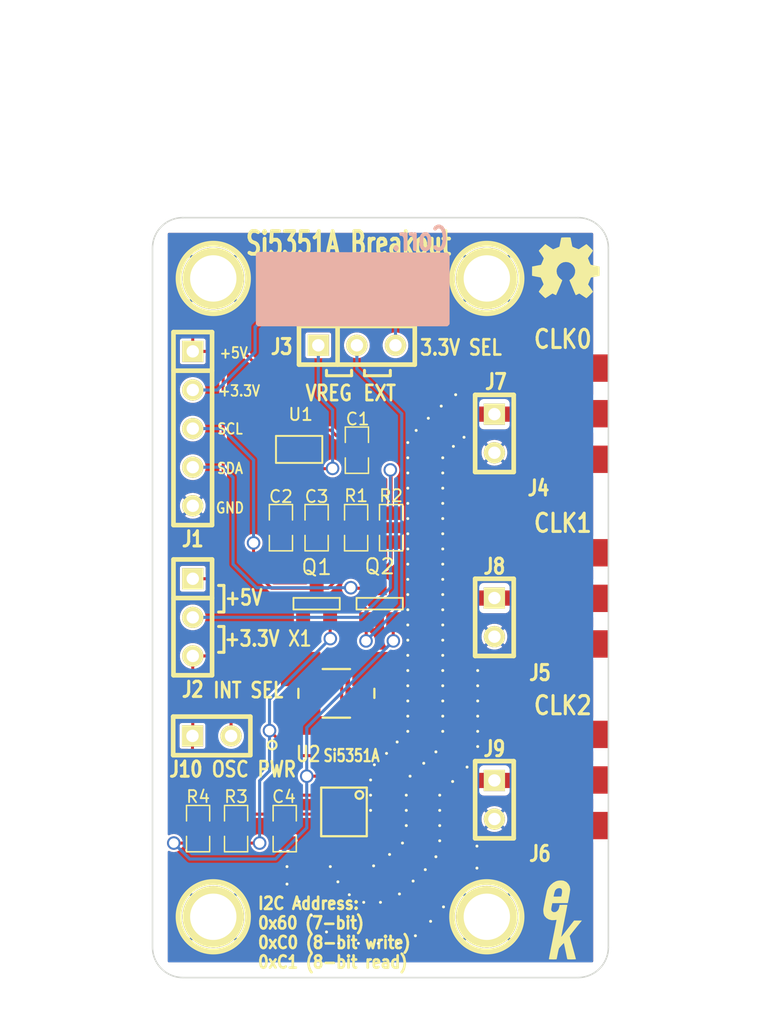
<source format=kicad_pcb>
(kicad_pcb (version 4) (host pcbnew 0.201501172016+5377~20~ubuntu14.04.1-product)
  (title_block (title "Si5351A Breakout") (date "30 May 2014") (rev A) (company Etherkit) (comment 4 "Creative Commons Licence CC-BY-SA"))
  (layers (0 F.Cu signal) (31 B.Cu signal) (34 B.Paste user) (35 F.Paste user) (36 B.SilkS user) (37 F.SilkS user) (38 B.Mask user) (39 F.Mask user) (44 Edge.Cuts user))
  (net 0 "")
  (net 1 +3.3V)
  (net 2 GND)
  (net 3 "Net-(J1-Pad3)")
  (net 4 "Net-(J2-Pad2)")
  (net 5 "Net-(J4-Pad1)")
  (net 6 +5V)
  (net 7 "Net-(C2-Pad1)")
  (net 8 "Net-(C3-Pad1)")
  (net 9 "Net-(J1-Pad4)")
  (net 10 "Net-(J5-Pad1)")
  (net 11 "Net-(J6-Pad1)")
  (net 12 "Net-(Q1-Pad1)")
  (net 13 "Net-(Q2-Pad1)")
  (net 14 "Net-(U2-Pad2)")
  (net 15 "Net-(U2-Pad3)")
  (net 16 +3.3VREG)
  (net 17 "Net-(J10-Pad2)")
  (module EtherkitKicadLibrary:VIA (layer F.Cu) (at 119.1 75.8)
    (fp_text reference VIA hide)
    (fp_text value VAL** hide)
    (pad "" thru_hole circle (at 0 0) (size 0.2 0.2) (drill 0.15) (layers *.Cu *.Mask F.SilkS) (net 2 GND) (clearance 0.05))
  )
  (module EtherkitKicadLibrary:SM0805 (layer F.Cu) (at 113.45 65.3 270)
    (fp_text reference C1 (at -2.05 -0.05 540) (layer F.SilkS) (effects (font (size 0.8 0.8) (thickness 0.12))))
    (fp_text value "1u MLCC" hide)
    (pad 1 smd rect (at -0.9525 0 270) (size 0.889 1.397) (layers F.Cu F.Paste F.Mask) (net 6 +5V))
    (pad 2 smd rect (at 0.9525 0 270) (size 0.889 1.397) (layers F.Cu F.Paste F.Mask) (net 2 GND))
  )
  (module EtherkitKicadLibrary:SIL-2 (layer F.Cu) (at 122.5 64.2 270)
    (fp_text reference J7 (at -3.4 -0.1 360) (layer F.SilkS) (effects (font (size 1 0.8) (thickness 0.2))))
    (fp_text value CLK0 hide)
    (pad 1 thru_hole rect (at -1.27 0 270) (size 1.397 1.397) (drill 0.8128) (layers *.Cu *.Mask F.SilkS) (net 5 "Net-(J4-Pad1)"))
    (pad 2 thru_hole circle (at 1.27 0 270) (size 1.397 1.397) (drill 0.8128) (layers *.Cu *.Mask F.SilkS) (net 2 GND))
  )
  (module EtherkitKicadLibrary:SM0805 (layer F.Cu) (at 113.4 70.4 270)
    (fp_text reference R1 (at -2.1 0 360) (layer F.SilkS) (effects (font (size 0.8 0.8) (thickness 0.12))))
    (fp_text value 10k hide)
    (pad 1 smd rect (at -0.9525 0 270) (size 0.889 1.397) (layers F.Cu F.Paste F.Mask) (net 4 "Net-(J2-Pad2)"))
    (pad 2 smd rect (at 0.9525 0 270) (size 0.889 1.397) (layers F.Cu F.Paste F.Mask) (net 3 "Net-(J1-Pad3)"))
  )
  (module EtherkitKicadLibrary:SM0805 (layer F.Cu) (at 115.7 70.4 270)
    (fp_text reference R2 (at -2.1 0 360) (layer F.SilkS) (effects (font (size 0.8 0.8) (thickness 0.12))))
    (fp_text value 10k hide)
    (pad 1 smd rect (at -0.9525 0 270) (size 0.889 1.397) (layers F.Cu F.Paste F.Mask) (net 4 "Net-(J2-Pad2)"))
    (pad 2 smd rect (at 0.9525 0 270) (size 0.889 1.397) (layers F.Cu F.Paste F.Mask) (net 9 "Net-(J1-Pad4)"))
  )
  (module EtherkitKicadLibrary:MOUNTINGHOLE (layer F.Cu) (at 104 54)
    (fp_text reference 1PIN hide)
    (fp_text value P*** hide)
    (pad 1 thru_hole circle (at 0 0) (size 4.064 4.064) (drill 3.048) (layers *.Cu *.Mask F.SilkS) (net 2 GND))
  )
  (module EtherkitKicadLibrary:MOUNTINGHOLE (layer F.Cu) (at 122 54)
    (fp_text reference 1PIN hide)
    (fp_text value P*** hide)
    (pad 1 thru_hole circle (at 0 0) (size 4.064 4.064) (drill 3.048) (layers *.Cu *.Mask F.SilkS) (net 2 GND))
  )
  (module EtherkitKicadLibrary:MOUNTINGHOLE (layer F.Cu) (at 104 96)
    (fp_text reference 1PIN hide)
    (fp_text value P*** hide)
    (pad 1 thru_hole circle (at 0 0) (size 4.064 4.064) (drill 3.048) (layers *.Cu *.Mask F.SilkS) (net 2 GND))
  )
  (module EtherkitKicadLibrary:MOUNTINGHOLE (layer F.Cu) (at 122 96)
    (fp_text reference 1PIN hide)
    (fp_text value P*** hide)
    (pad 1 thru_hole circle (at 0 0) (size 4.064 4.064) (drill 3.048) (layers *.Cu *.Mask F.SilkS) (net 2 GND))
  )
  (module EtherkitKicadLibrary:VIA (layer F.Cu) (at 108.1 86.2)
    (fp_text reference VIA hide)
    (fp_text value VAL** hide)
  )
  (module EtherkitKicadLibrary:VIA (layer F.Cu) (at 108.1 85.2)
    (fp_text reference VIA hide)
    (fp_text value VAL** hide)
  )
  (module EtherkitKicadLibrary:OSHWLogo4mm (layer F.Cu) (at 127.2 53.3)
    (fp_text reference G*** hide)
    (fp_text value LOGO hide)
  )
  (module EtherkitKicadLibrary:EtherkitLogoSmall (layer F.Cu) (at 127 96.2)
    (fp_text reference Ref** hide)
    (fp_text value Val** hide)
  )
  (module EtherkitKicadLibrary:SM0805 (layer F.Cu) (at 108.45 70.4 270)
    (fp_text reference C2 (at -2.05 0 360) (layer F.SilkS) (effects (font (size 0.8 0.8) (thickness 0.12))))
    (fp_text value 10n hide)
    (pad 1 smd rect (at -0.9525 0 270) (size 0.889 1.397) (layers F.Cu F.Paste F.Mask) (net 7 "Net-(C2-Pad1)"))
    (pad 2 smd rect (at 0.9525 0 270) (size 0.889 1.397) (layers F.Cu F.Paste F.Mask) (net 2 GND))
  )
  (module EtherkitKicadLibrary:SM0805 (layer F.Cu) (at 110.8 70.4 270)
    (fp_text reference C3 (at -2.05 0 360) (layer F.SilkS) (effects (font (size 0.8 0.8) (thickness 0.12))))
    (fp_text value "4.7u MLCC" hide)
    (pad 1 smd rect (at -0.9525 0 270) (size 0.889 1.397) (layers F.Cu F.Paste F.Mask) (net 8 "Net-(C3-Pad1)"))
    (pad 2 smd rect (at 0.9525 0 270) (size 0.889 1.397) (layers F.Cu F.Paste F.Mask) (net 2 GND))
  )
  (module EtherkitKicadLibrary:SM0805 (layer F.Cu) (at 108.7 90.2 270)
    (fp_text reference C4 (at -2.1 0.05 360) (layer F.SilkS) (effects (font (size 0.8 0.8) (thickness 0.12))))
    (fp_text value 100n hide)
    (pad 1 smd rect (at -0.9525 0 270) (size 0.889 1.397) (layers F.Cu F.Paste F.Mask) (net 16 +3.3VREG))
    (pad 2 smd rect (at 0.9525 0 270) (size 0.889 1.397) (layers F.Cu F.Paste F.Mask) (net 2 GND))
  )
  (module EtherkitKicadLibrary:SIL-5 (layer F.Cu) (at 102.65 65.15 270)
    (fp_text reference J1 (at 6 0 360) (layer F.SilkS) (effects (font (size 1 0.8) (thickness 0.2))))
    (fp_text value Power/Data hide)
    (pad 1 thru_hole rect (at -6.35 0 270) (size 1.397 1.397) (drill 0.8128) (layers *.Cu *.Mask F.SilkS) (net 6 +5V))
    (pad 2 thru_hole circle (at -3.81 0 270) (size 1.397 1.397) (drill 0.8128) (layers *.Cu *.Mask F.SilkS) (net 1 +3.3V))
    (pad 3 thru_hole circle (at -1.27 0 270) (size 1.397 1.397) (drill 0.8128) (layers *.Cu *.Mask F.SilkS) (net 3 "Net-(J1-Pad3)"))
    (pad 4 thru_hole circle (at 1.27 0 270) (size 1.397 1.397) (drill 0.8128) (layers *.Cu *.Mask F.SilkS) (net 9 "Net-(J1-Pad4)"))
    (pad 5 thru_hole circle (at 3.81 0 270) (size 1.397 1.397) (drill 0.8128) (layers *.Cu *.Mask F.SilkS) (net 2 GND))
  )
  (module EtherkitKicadLibrary:SIL-3 (layer F.Cu) (at 102.65 76.3 270)
    (fp_text reference J2 (at 4.75 0 360) (layer F.SilkS) (effects (font (size 1 0.8) (thickness 0.2))))
    (fp_text value "PS SEL" hide)
    (pad 1 thru_hole rect (at -2.54 0 270) (size 1.397 1.397) (drill 0.8128) (layers *.Cu *.Mask F.SilkS) (net 6 +5V))
    (pad 2 thru_hole circle (at 0 0 270) (size 1.397 1.397) (drill 0.8128) (layers *.Cu *.Mask F.SilkS) (net 4 "Net-(J2-Pad2)"))
    (pad 3 thru_hole circle (at 2.54 0 270) (size 1.397 1.397) (drill 0.8128) (layers *.Cu *.Mask F.SilkS) (net 16 +3.3VREG))
  )
  (module EtherkitKicadLibrary:SIL-3 (layer F.Cu) (at 113.45 58.4)
    (fp_text reference J3 (at -4.95 0.1) (layer F.SilkS) (effects (font (size 1 0.8) (thickness 0.2))))
    (fp_text value "3.3V SEL" hide)
    (pad 1 thru_hole rect (at -2.54 0) (size 1.397 1.397) (drill 0.8128) (layers *.Cu *.Mask F.SilkS) (net 8 "Net-(C3-Pad1)"))
    (pad 2 thru_hole circle (at 0 0) (size 1.397 1.397) (drill 0.8128) (layers *.Cu *.Mask F.SilkS) (net 16 +3.3VREG))
    (pad 3 thru_hole circle (at 2.54 0) (size 1.397 1.397) (drill 0.8128) (layers *.Cu *.Mask F.SilkS) (net 1 +3.3V))
  )
  (module EtherkitKicadLibrary:SMA-ENDLAUNCH (layer F.Cu) (at 130 75.05 90)
    (fp_text reference J5 (at -4.9 -4.5 180) (layer F.SilkS) (effects (font (size 1 0.8) (thickness 0.2))))
    (fp_text value SMA-F hide)
    (pad 1 smd rect (at 0 -2.54 90) (size 1.8 5.08) (layers F.Cu F.Mask) (net 10 "Net-(J5-Pad1)"))
    (pad 2 smd rect (at 3 -2.54 90) (size 1.8 5.08) (layers F.Cu F.Mask) (net 2 GND))
    (pad 2 smd rect (at -3 -2.54 90) (size 1.8 5.08) (layers F.Cu F.Mask) (net 2 GND))
  )
  (module EtherkitKicadLibrary:SMA-ENDLAUNCH (layer F.Cu) (at 130 87 90)
    (fp_text reference J6 (at -4.85 -4.5 180) (layer F.SilkS) (effects (font (size 1 0.8) (thickness 0.2))))
    (fp_text value SMA-F hide)
    (pad 1 smd rect (at 0 -2.54 90) (size 1.8 5.08) (layers F.Cu F.Mask) (net 11 "Net-(J6-Pad1)"))
    (pad 2 smd rect (at 3 -2.54 90) (size 1.8 5.08) (layers F.Cu F.Mask) (net 2 GND))
    (pad 2 smd rect (at -3 -2.54 90) (size 1.8 5.08) (layers F.Cu F.Mask) (net 2 GND))
  )
  (module EtherkitKicadLibrary:SIL-2 (layer F.Cu) (at 122.5 76.3 270)
    (fp_text reference J8 (at -3.35 0 360) (layer F.SilkS) (effects (font (size 1 0.8) (thickness 0.2))))
    (fp_text value CLK1 hide)
    (pad 1 thru_hole rect (at -1.27 0 270) (size 1.397 1.397) (drill 0.8128) (layers *.Cu *.Mask F.SilkS) (net 10 "Net-(J5-Pad1)"))
    (pad 2 thru_hole circle (at 1.27 0 270) (size 1.397 1.397) (drill 0.8128) (layers *.Cu *.Mask F.SilkS) (net 2 GND))
  )
  (module EtherkitKicadLibrary:SIL-2 (layer F.Cu) (at 122.5 88.3 270)
    (fp_text reference J9 (at -3.35 0 360) (layer F.SilkS) (effects (font (size 1 0.8) (thickness 0.2))))
    (fp_text value CLK2 hide)
    (pad 1 thru_hole rect (at -1.27 0 270) (size 1.397 1.397) (drill 0.8128) (layers *.Cu *.Mask F.SilkS) (net 11 "Net-(J6-Pad1)"))
    (pad 2 thru_hole circle (at 1.27 0 270) (size 1.397 1.397) (drill 0.8128) (layers *.Cu *.Mask F.SilkS) (net 2 GND))
  )
  (module EtherkitKicadLibrary:SOT23-2N7002 (layer F.Cu) (at 110.8 75.4 180)
    (fp_text reference Q1 (at 0 2.4 360) (layer F.SilkS) (effects (font (thickness 0.12954))))
    (fp_text value 2N7002 hide)
    (pad 1 smd rect (at -0.889 -1.016 180) (size 0.9144 0.9144) (layers F.Cu F.Paste F.Mask) (net 12 "Net-(Q1-Pad1)"))
    (pad 2 smd rect (at 0.889 -1.016 180) (size 0.9144 0.9144) (layers F.Cu F.Paste F.Mask) (net 16 +3.3VREG))
    (pad 3 smd rect (at 0 1.016 180) (size 0.9144 0.9144) (layers F.Cu F.Paste F.Mask) (net 3 "Net-(J1-Pad3)"))
  )
  (module EtherkitKicadLibrary:SOT23-2N7002 (layer F.Cu) (at 114.95 75.4 180)
    (fp_text reference Q2 (at 0 2.45 360) (layer F.SilkS) (effects (font (thickness 0.12954))))
    (fp_text value 2N7002 hide)
    (pad 1 smd rect (at -0.889 -1.016 180) (size 0.9144 0.9144) (layers F.Cu F.Paste F.Mask) (net 13 "Net-(Q2-Pad1)"))
    (pad 2 smd rect (at 0.889 -1.016 180) (size 0.9144 0.9144) (layers F.Cu F.Paste F.Mask) (net 16 +3.3VREG))
    (pad 3 smd rect (at 0 1.016 180) (size 0.9144 0.9144) (layers F.Cu F.Paste F.Mask) (net 9 "Net-(J1-Pad4)"))
  )
  (module EtherkitKicadLibrary:SM0805 (layer F.Cu) (at 105.5 90.2 270)
    (fp_text reference R3 (at -2.1 0 360) (layer F.SilkS) (effects (font (size 0.8 0.8) (thickness 0.12))))
    (fp_text value 10k hide)
    (pad 1 smd rect (at -0.9525 0 270) (size 0.889 1.397) (layers F.Cu F.Paste F.Mask) (net 16 +3.3VREG))
    (pad 2 smd rect (at 0.9525 0 270) (size 0.889 1.397) (layers F.Cu F.Paste F.Mask) (net 12 "Net-(Q1-Pad1)"))
  )
  (module EtherkitKicadLibrary:SM0805 (layer F.Cu) (at 103 90.2 270)
    (fp_text reference R4 (at -2.1 0 360) (layer F.SilkS) (effects (font (size 0.8 0.8) (thickness 0.12))))
    (fp_text value 10k hide)
    (pad 1 smd rect (at -0.9525 0 270) (size 0.889 1.397) (layers F.Cu F.Paste F.Mask) (net 16 +3.3VREG))
    (pad 2 smd rect (at 0.9525 0 270) (size 0.889 1.397) (layers F.Cu F.Paste F.Mask) (net 13 "Net-(Q2-Pad1)"))
  )
  (module EtherkitKicadLibrary:SOT23-5 (layer F.Cu) (at 109.65 65.25 180)
    (fp_text reference U1 (at -0.1 2.3 360) (layer F.SilkS) (effects (font (size 0.8 0.8) (thickness 0.127))))
    (fp_text value LP2985-3.3 hide)
    (pad 1 smd rect (at -0.9525 1.27 180) (size 0.508 0.762) (layers F.Cu F.Paste F.Mask) (net 6 +5V))
    (pad 3 smd rect (at 0.9525 1.27 180) (size 0.508 0.762) (layers F.Cu F.Paste F.Mask) (net 6 +5V))
    (pad 5 smd rect (at -0.9525 -1.27 180) (size 0.508 0.762) (layers F.Cu F.Paste F.Mask) (net 8 "Net-(C3-Pad1)"))
    (pad 2 smd rect (at 0 1.27 180) (size 0.508 0.762) (layers F.Cu F.Paste F.Mask) (net 2 GND))
    (pad 4 smd rect (at 0.9525 -1.27 180) (size 0.508 0.762) (layers F.Cu F.Paste F.Mask) (net 7 "Net-(C2-Pad1)"))
  )
  (module EtherkitKicadLibrary:MSOP-10 (layer F.Cu) (at 112.6 89.1 180)
    (fp_text reference U2 (at 2.35 3.8 180) (layer F.SilkS) (effects (font (size 1 0.8))))
    (fp_text value Si5351A (at -0.5 3.7 180) (layer F.SilkS) (effects (font (size 0.8 0.6))))
    (pad 1 smd rect (at -1 2.35 180) (size 0.3 1.1) (layers F.Cu F.Paste F.Mask) (net 16 +3.3VREG))
    (pad 2 smd rect (at -0.5 2.35 180) (size 0.3 1.1) (layers F.Cu F.Paste F.Mask) (net 14 "Net-(U2-Pad2)"))
    (pad 3 smd rect (at 0 2.35 180) (size 0.3 1.1) (layers F.Cu F.Paste F.Mask) (net 15 "Net-(U2-Pad3)"))
    (pad 4 smd rect (at 0.5 2.35 180) (size 0.3 1.1) (layers F.Cu F.Paste F.Mask) (net 12 "Net-(Q1-Pad1)"))
    (pad 5 smd rect (at 1 2.35 180) (size 0.3 1.1) (layers F.Cu F.Paste F.Mask) (net 13 "Net-(Q2-Pad1)"))
    (pad 6 smd rect (at 1.016 -2.35 180) (size 0.3 1.1) (layers F.Cu F.Paste F.Mask) (net 11 "Net-(J6-Pad1)"))
    (pad 7 smd rect (at 0.508 -2.35 180) (size 0.3 1.1) (layers F.Cu F.Paste F.Mask) (net 16 +3.3VREG))
    (pad 8 smd rect (at 0 -2.35 180) (size 0.3 1.1) (layers F.Cu F.Paste F.Mask) (net 2 GND))
    (pad 9 smd rect (at -0.508 -2.35 180) (size 0.3 1.1) (layers F.Cu F.Paste F.Mask) (net 10 "Net-(J5-Pad1)"))
    (pad 10 smd rect (at -1.016 -2.35 180) (size 0.3 1.1) (layers F.Cu F.Paste F.Mask) (net 5 "Net-(J4-Pad1)"))
  )
  (module EtherkitKicadLibrary:ECS-250-8-30B-CKM (layer F.Cu) (at 112.1 81.3)
    (fp_text reference X1 (at -2.4 -3.6) (layer F.SilkS) (effects (font (size 1 0.8))))
    (fp_text value "FOX924B-25.000 or ECS-250-8-30B-CKM" hide)
    (pad 1 smd rect (at -2.35 1.6) (size 2.6 2.25) (layers F.Cu F.Paste F.Mask) (net 15 "Net-(U2-Pad3)"))
    (pad 2 smd rect (at 2.35 1.6) (size 2.6 2.25) (layers F.Cu F.Paste F.Mask) (net 2 GND))
    (pad 3 smd rect (at 2.35 -1.6) (size 2.6 2.25) (layers F.Cu F.Paste F.Mask) (net 14 "Net-(U2-Pad2)"))
    (pad 4 smd rect (at -2.35 -1.6) (size 2.6 2.25) (layers F.Cu F.Paste F.Mask) (net 17 "Net-(J10-Pad2)"))
  )
  (module EtherkitKicadLibrary:SMA-ENDLAUNCH (layer F.Cu) (at 130 62.9 90)
    (fp_text reference J4 (at -4.9 -4.6 180) (layer F.SilkS) (effects (font (size 1 0.8) (thickness 0.2))))
    (fp_text value SMA-F hide)
    (pad 1 smd rect (at 0 -2.54 90) (size 1.8 5.08) (layers F.Cu F.Mask) (net 5 "Net-(J4-Pad1)"))
    (pad 2 smd rect (at 3 -2.54 90) (size 1.8 5.08) (layers F.Cu F.Mask) (net 2 GND))
    (pad 2 smd rect (at -3 -2.54 90) (size 1.8 5.08) (layers F.Cu F.Mask) (net 2 GND))
  )
  (module EtherkitKicadLibrary:VIA (layer F.Cu) (at 114.3 91.9)
    (fp_text reference VIA hide)
    (fp_text value VAL** hide)
  )
  (module EtherkitKicadLibrary:VIA (layer F.Cu) (at 114.3 91)
    (fp_text reference VIA hide)
    (fp_text value VAL** hide)
  )
  (module EtherkitKicadLibrary:SIL-2 (layer F.Cu) (at 103.9 84.1)
    (fp_text reference J10 (at -1.7 2.2) (layer F.SilkS) (effects (font (size 1 0.8) (thickness 0.2))))
    (fp_text value "Osc Power" hide)
    (pad 1 thru_hole rect (at -1.27 0) (size 1.397 1.397) (drill 0.8128) (layers *.Cu *.Mask F.SilkS) (net 16 +3.3VREG))
    (pad 2 thru_hole circle (at 1.27 0) (size 1.397 1.397) (drill 0.8128) (layers *.Cu *.Mask F.SilkS) (net 17 "Net-(J10-Pad2)"))
  )
  (module EtherkitKicadLibrary:VIA (layer F.Cu) (at 116.8 64.8)
    (fp_text reference VIA hide)
    (fp_text value VAL** hide)
    (pad "" thru_hole circle (at 0 0) (size 0.2 0.2) (drill 0.15) (layers *.Cu *.Mask F.SilkS) (net 2 GND) (clearance 0.05))
  )
  (module EtherkitKicadLibrary:VIA (layer F.Cu) (at 116.8 65.8)
    (fp_text reference VIA hide)
    (fp_text value VAL** hide)
    (pad "" thru_hole circle (at 0 0) (size 0.2 0.2) (drill 0.15) (layers *.Cu *.Mask F.SilkS) (net 2 GND) (clearance 0.05))
  )
  (module EtherkitKicadLibrary:VIA (layer F.Cu) (at 116.8 66.8)
    (fp_text reference VIA hide)
    (fp_text value VAL** hide)
    (pad "" thru_hole circle (at 0 0) (size 0.2 0.2) (drill 0.15) (layers *.Cu *.Mask F.SilkS) (net 2 GND) (clearance 0.05))
  )
  (module EtherkitKicadLibrary:VIA (layer F.Cu) (at 116.8 67.8)
    (fp_text reference VIA hide)
    (fp_text value VAL** hide)
    (pad "" thru_hole circle (at 0 0) (size 0.2 0.2) (drill 0.15) (layers *.Cu *.Mask F.SilkS) (net 2 GND) (clearance 0.05))
  )
  (module EtherkitKicadLibrary:VIA (layer F.Cu) (at 116.8 68.8)
    (fp_text reference VIA hide)
    (fp_text value VAL** hide)
    (pad "" thru_hole circle (at 0 0) (size 0.2 0.2) (drill 0.15) (layers *.Cu *.Mask F.SilkS) (net 2 GND) (clearance 0.05))
  )
  (module EtherkitKicadLibrary:VIA (layer F.Cu) (at 116.8 69.8)
    (fp_text reference VIA hide)
    (fp_text value VAL** hide)
    (pad "" thru_hole circle (at 0 0) (size 0.2 0.2) (drill 0.15) (layers *.Cu *.Mask F.SilkS) (net 2 GND) (clearance 0.05))
  )
  (module EtherkitKicadLibrary:VIA (layer F.Cu) (at 116.8 70.8)
    (fp_text reference VIA hide)
    (fp_text value VAL** hide)
    (pad "" thru_hole circle (at 0 0) (size 0.2 0.2) (drill 0.15) (layers *.Cu *.Mask F.SilkS) (net 2 GND) (clearance 0.05))
  )
  (module EtherkitKicadLibrary:VIA (layer F.Cu) (at 116.8 71.8)
    (fp_text reference VIA hide)
    (fp_text value VAL** hide)
    (pad "" thru_hole circle (at 0 0) (size 0.2 0.2) (drill 0.15) (layers *.Cu *.Mask F.SilkS) (net 2 GND) (clearance 0.05))
  )
  (module EtherkitKicadLibrary:VIA (layer F.Cu) (at 116.8 72.8)
    (fp_text reference VIA hide)
    (fp_text value VAL** hide)
    (pad "" thru_hole circle (at 0 0) (size 0.2 0.2) (drill 0.15) (layers *.Cu *.Mask F.SilkS) (net 2 GND) (clearance 0.05))
  )
  (module EtherkitKicadLibrary:VIA (layer F.Cu) (at 116.8 73.8)
    (fp_text reference VIA hide)
    (fp_text value VAL** hide)
    (pad "" thru_hole circle (at 0 0) (size 0.2 0.2) (drill 0.15) (layers *.Cu *.Mask F.SilkS) (net 2 GND) (clearance 0.05))
  )
  (module EtherkitKicadLibrary:VIA (layer F.Cu) (at 116.8 74.8)
    (fp_text reference VIA hide)
    (fp_text value VAL** hide)
    (pad "" thru_hole circle (at 0 0) (size 0.2 0.2) (drill 0.15) (layers *.Cu *.Mask F.SilkS) (net 2 GND) (clearance 0.05))
  )
  (module EtherkitKicadLibrary:VIA (layer F.Cu) (at 116.8 75.8)
    (fp_text reference VIA hide)
    (fp_text value VAL** hide)
    (pad "" thru_hole circle (at 0 0) (size 0.2 0.2) (drill 0.15) (layers *.Cu *.Mask F.SilkS) (net 2 GND) (clearance 0.05))
  )
  (module EtherkitKicadLibrary:VIA (layer F.Cu) (at 116.8 76.8)
    (fp_text reference VIA hide)
    (fp_text value VAL** hide)
    (pad "" thru_hole circle (at 0 0) (size 0.2 0.2) (drill 0.15) (layers *.Cu *.Mask F.SilkS) (net 2 GND) (clearance 0.05))
  )
  (module EtherkitKicadLibrary:VIA (layer F.Cu) (at 116.8 77.8)
    (fp_text reference VIA hide)
    (fp_text value VAL** hide)
    (pad "" thru_hole circle (at 0 0) (size 0.2 0.2) (drill 0.15) (layers *.Cu *.Mask F.SilkS) (net 2 GND) (clearance 0.05))
  )
  (module EtherkitKicadLibrary:VIA (layer F.Cu) (at 116.8 78.8)
    (fp_text reference VIA hide)
    (fp_text value VAL** hide)
    (pad "" thru_hole circle (at 0 0) (size 0.2 0.2) (drill 0.15) (layers *.Cu *.Mask F.SilkS) (net 2 GND) (clearance 0.05))
  )
  (module EtherkitKicadLibrary:VIA (layer F.Cu) (at 116.8 79.8)
    (fp_text reference VIA hide)
    (fp_text value VAL** hide)
    (pad "" thru_hole circle (at 0 0) (size 0.2 0.2) (drill 0.15) (layers *.Cu *.Mask F.SilkS) (net 2 GND) (clearance 0.05))
  )
  (module EtherkitKicadLibrary:VIA (layer F.Cu) (at 116.8 80.8)
    (fp_text reference VIA hide)
    (fp_text value VAL** hide)
    (pad "" thru_hole circle (at 0 0) (size 0.2 0.2) (drill 0.15) (layers *.Cu *.Mask F.SilkS) (net 2 GND) (clearance 0.05))
  )
  (module EtherkitKicadLibrary:VIA (layer F.Cu) (at 116.8 81.8)
    (fp_text reference VIA hide)
    (fp_text value VAL** hide)
    (pad "" thru_hole circle (at 0 0) (size 0.2 0.2) (drill 0.15) (layers *.Cu *.Mask F.SilkS) (net 2 GND) (clearance 0.05))
  )
  (module EtherkitKicadLibrary:VIA (layer F.Cu) (at 116.8 82.8)
    (fp_text reference VIA hide)
    (fp_text value VAL** hide)
    (pad "" thru_hole circle (at 0 0) (size 0.2 0.2) (drill 0.15) (layers *.Cu *.Mask F.SilkS) (net 2 GND) (clearance 0.05))
  )
  (module EtherkitKicadLibrary:VIA (layer F.Cu) (at 116.8 83.8)
    (fp_text reference VIA hide)
    (fp_text value VAL** hide)
    (pad "" thru_hole circle (at 0 0) (size 0.2 0.2) (drill 0.15) (layers *.Cu *.Mask F.SilkS) (net 2 GND) (clearance 0.05))
  )
  (module EtherkitKicadLibrary:VIA (layer F.Cu) (at 118.65 85.15)
    (fp_text reference VIA hide)
    (fp_text value VAL** hide)
    (pad "" thru_hole circle (at 0 0) (size 0.2 0.2) (drill 0.15) (layers *.Cu *.Mask F.SilkS) (net 2 GND) (clearance 0.05))
  )
  (module EtherkitKicadLibrary:VIA (layer F.Cu) (at 114.35 89)
    (fp_text reference VIA hide)
    (fp_text value VAL** hide)
    (pad "" thru_hole circle (at 0 0) (size 0.2 0.2) (drill 0.15) (layers *.Cu *.Mask F.SilkS) (net 2 GND) (clearance 0.05))
  )
  (module EtherkitKicadLibrary:VIA (layer F.Cu) (at 114.35 88)
    (fp_text reference VIA hide)
    (fp_text value VAL** hide)
    (pad "" thru_hole circle (at 0 0) (size 0.2 0.2) (drill 0.15) (layers *.Cu *.Mask F.SilkS) (net 2 GND) (clearance 0.05))
  )
  (module EtherkitKicadLibrary:VIA (layer F.Cu) (at 114.35 87)
    (fp_text reference VIA hide)
    (fp_text value VAL** hide)
    (pad "" thru_hole circle (at 0 0) (size 0.2 0.2) (drill 0.15) (layers *.Cu *.Mask F.SilkS) (net 2 GND) (clearance 0.05))
  )
  (module EtherkitKicadLibrary:VIA (layer F.Cu) (at 114.6 86)
    (fp_text reference VIA hide)
    (fp_text value VAL** hide)
    (pad "" thru_hole circle (at 0 0) (size 0.2 0.2) (drill 0.15) (layers *.Cu *.Mask F.SilkS) (net 2 GND) (clearance 0.05))
  )
  (module EtherkitKicadLibrary:VIA (layer F.Cu) (at 115.4 85.25)
    (fp_text reference VIA hide)
    (fp_text value VAL** hide)
    (pad "" thru_hole circle (at 0 0) (size 0.2 0.2) (drill 0.15) (layers *.Cu *.Mask F.SilkS) (net 2 GND) (clearance 0.05))
  )
  (module EtherkitKicadLibrary:VIA (layer F.Cu) (at 116.1 84.5)
    (fp_text reference VIA hide)
    (fp_text value VAL** hide)
    (pad "" thru_hole circle (at 0 0) (size 0.2 0.2) (drill 0.15) (layers *.Cu *.Mask F.SilkS) (net 2 GND) (clearance 0.05))
  )
  (module EtherkitKicadLibrary:VIA (layer F.Cu) (at 119.1 83.8)
    (fp_text reference VIA hide)
    (fp_text value VAL** hide)
    (pad "" thru_hole circle (at 0 0) (size 0.2 0.2) (drill 0.15) (layers *.Cu *.Mask F.SilkS) (net 2 GND) (clearance 0.05))
  )
  (module EtherkitKicadLibrary:VIA (layer F.Cu) (at 119.1 82.8)
    (fp_text reference VIA hide)
    (fp_text value VAL** hide)
    (pad "" thru_hole circle (at 0 0) (size 0.2 0.2) (drill 0.15) (layers *.Cu *.Mask F.SilkS) (net 2 GND) (clearance 0.05))
  )
  (module EtherkitKicadLibrary:VIA (layer F.Cu) (at 119.1 81.8)
    (fp_text reference VIA hide)
    (fp_text value VAL** hide)
    (pad "" thru_hole circle (at 0 0) (size 0.2 0.2) (drill 0.15) (layers *.Cu *.Mask F.SilkS) (net 2 GND) (clearance 0.05))
  )
  (module EtherkitKicadLibrary:VIA (layer F.Cu) (at 119.1 80.8)
    (fp_text reference VIA hide)
    (fp_text value VAL** hide)
    (pad "" thru_hole circle (at 0 0) (size 0.2 0.2) (drill 0.15) (layers *.Cu *.Mask F.SilkS) (net 2 GND) (clearance 0.05))
  )
  (module EtherkitKicadLibrary:VIA (layer F.Cu) (at 119.1 79.8)
    (fp_text reference VIA hide)
    (fp_text value VAL** hide)
    (pad "" thru_hole circle (at 0 0) (size 0.2 0.2) (drill 0.15) (layers *.Cu *.Mask F.SilkS) (net 2 GND) (clearance 0.05))
  )
  (module EtherkitKicadLibrary:VIA (layer F.Cu) (at 119.1 78.8)
    (fp_text reference VIA hide)
    (fp_text value VAL** hide)
    (pad "" thru_hole circle (at 0 0) (size 0.2 0.2) (drill 0.15) (layers *.Cu *.Mask F.SilkS) (net 2 GND) (clearance 0.05))
  )
  (module EtherkitKicadLibrary:VIA (layer F.Cu) (at 119.1 77.8)
    (fp_text reference VIA hide)
    (fp_text value VAL** hide)
    (pad "" thru_hole circle (at 0 0) (size 0.2 0.2) (drill 0.15) (layers *.Cu *.Mask F.SilkS) (net 2 GND) (clearance 0.05))
  )
  (module EtherkitKicadLibrary:VIA (layer F.Cu) (at 119.1 76.8)
    (fp_text reference VIA hide)
    (fp_text value VAL** hide)
    (pad "" thru_hole circle (at 0 0) (size 0.2 0.2) (drill 0.15) (layers *.Cu *.Mask F.SilkS) (net 2 GND) (clearance 0.05))
  )
  (module EtherkitKicadLibrary:VIA (layer F.Cu) (at 117.85 85.9)
    (fp_text reference VIA hide)
    (fp_text value VAL** hide)
    (pad "" thru_hole circle (at 0 0) (size 0.2 0.2) (drill 0.15) (layers *.Cu *.Mask F.SilkS) (net 2 GND) (clearance 0.05))
  )
  (module EtherkitKicadLibrary:VIA (layer F.Cu) (at 116.95 86.75)
    (fp_text reference VIA hide)
    (fp_text value VAL** hide)
    (pad "" thru_hole circle (at 0 0) (size 0.2 0.2) (drill 0.15) (layers *.Cu *.Mask F.SilkS) (net 2 GND) (clearance 0.05))
  )
  (module EtherkitKicadLibrary:VIA (layer F.Cu) (at 116.7 88)
    (fp_text reference VIA hide)
    (fp_text value VAL** hide)
    (pad "" thru_hole circle (at 0 0) (size 0.2 0.2) (drill 0.15) (layers *.Cu *.Mask F.SilkS) (net 2 GND) (clearance 0.05))
  )
  (module EtherkitKicadLibrary:VIA (layer F.Cu) (at 116.7 89)
    (fp_text reference VIA hide)
    (fp_text value VAL** hide)
    (pad "" thru_hole circle (at 0 0) (size 0.2 0.2) (drill 0.15) (layers *.Cu *.Mask F.SilkS) (net 2 GND) (clearance 0.05))
  )
  (module EtherkitKicadLibrary:VIA (layer F.Cu) (at 116.7 90)
    (fp_text reference VIA hide)
    (fp_text value VAL** hide)
    (pad "" thru_hole circle (at 0 0) (size 0.2 0.2) (drill 0.15) (layers *.Cu *.Mask F.SilkS) (net 2 GND) (clearance 0.05))
  )
  (module EtherkitKicadLibrary:VIA (layer F.Cu) (at 116.45 91.15)
    (fp_text reference VIA hide)
    (fp_text value VAL** hide)
    (pad "" thru_hole circle (at 0 0) (size 0.2 0.2) (drill 0.15) (layers *.Cu *.Mask F.SilkS) (net 2 GND) (clearance 0.05))
  )
  (module EtherkitKicadLibrary:VIA (layer F.Cu) (at 115.6 91.9)
    (fp_text reference VIA hide)
    (fp_text value VAL** hide)
    (pad "" thru_hole circle (at 0 0) (size 0.2 0.2) (drill 0.15) (layers *.Cu *.Mask F.SilkS) (net 2 GND) (clearance 0.05))
  )
  (module EtherkitKicadLibrary:VIA (layer F.Cu) (at 114.55 92.65)
    (fp_text reference VIA hide)
    (fp_text value VAL** hide)
    (pad "" thru_hole circle (at 0 0) (size 0.2 0.2) (drill 0.15) (layers *.Cu *.Mask F.SilkS) (net 2 GND) (clearance 0.05))
  )
  (module EtherkitKicadLibrary:VIA (layer F.Cu) (at 111.7 92.7)
    (fp_text reference VIA hide)
    (fp_text value VAL** hide)
    (pad "" thru_hole circle (at 0 0) (size 0.2 0.2) (drill 0.15) (layers *.Cu *.Mask F.SilkS) (net 2 GND) (clearance 0.05))
  )
  (module EtherkitKicadLibrary:VIA (layer F.Cu) (at 112.2 93.7)
    (fp_text reference VIA hide)
    (fp_text value VAL** hide)
    (pad "" thru_hole circle (at 0 0) (size 0.2 0.2) (drill 0.15) (layers *.Cu *.Mask F.SilkS) (net 2 GND) (clearance 0.05))
  )
  (module EtherkitKicadLibrary:VIA (layer F.Cu) (at 112.95 94.55)
    (fp_text reference VIA hide)
    (fp_text value VAL** hide)
    (pad "" thru_hole circle (at 0 0) (size 0.2 0.2) (drill 0.15) (layers *.Cu *.Mask F.SilkS) (net 2 GND) (clearance 0.05))
  )
  (module EtherkitKicadLibrary:VIA (layer F.Cu) (at 113.9 95.05)
    (fp_text reference VIA hide)
    (fp_text value VAL** hide)
    (pad "" thru_hole circle (at 0 0) (size 0.2 0.2) (drill 0.15) (layers *.Cu *.Mask F.SilkS) (net 2 GND) (clearance 0.05))
  )
  (module EtherkitKicadLibrary:VIA (layer F.Cu) (at 115 95.05)
    (fp_text reference VIA hide)
    (fp_text value VAL** hide)
    (pad "" thru_hole circle (at 0 0) (size 0.2 0.2) (drill 0.15) (layers *.Cu *.Mask F.SilkS) (net 2 GND) (clearance 0.05))
  )
  (module EtherkitKicadLibrary:VIA (layer F.Cu) (at 116.25 94.5)
    (fp_text reference VIA hide)
    (fp_text value VAL** hide)
    (pad "" thru_hole circle (at 0 0) (size 0.2 0.2) (drill 0.15) (layers *.Cu *.Mask F.SilkS) (net 2 GND) (clearance 0.05))
  )
  (module EtherkitKicadLibrary:VIA (layer F.Cu) (at 117.15 93.65)
    (fp_text reference VIA hide)
    (fp_text value VAL** hide)
    (pad "" thru_hole circle (at 0 0) (size 0.2 0.2) (drill 0.15) (layers *.Cu *.Mask F.SilkS) (net 2 GND) (clearance 0.05))
  )
  (module EtherkitKicadLibrary:VIA (layer F.Cu) (at 117.95 92.9)
    (fp_text reference VIA hide)
    (fp_text value VAL** hide)
    (pad "" thru_hole circle (at 0 0) (size 0.2 0.2) (drill 0.15) (layers *.Cu *.Mask F.SilkS) (net 2 GND) (clearance 0.05))
  )
  (module EtherkitKicadLibrary:VIA (layer F.Cu) (at 118.9 91)
    (fp_text reference VIA hide)
    (fp_text value VAL** hide)
    (pad "" thru_hole circle (at 0 0) (size 0.2 0.2) (drill 0.15) (layers *.Cu *.Mask F.SilkS) (net 2 GND) (clearance 0.05))
  )
  (module EtherkitKicadLibrary:VIA (layer F.Cu) (at 118.9 90)
    (fp_text reference VIA hide)
    (fp_text value VAL** hide)
    (pad "" thru_hole circle (at 0 0) (size 0.2 0.2) (drill 0.15) (layers *.Cu *.Mask F.SilkS) (net 2 GND) (clearance 0.05))
  )
  (module EtherkitKicadLibrary:VIA (layer F.Cu) (at 118.9 89)
    (fp_text reference VIA hide)
    (fp_text value VAL** hide)
    (pad "" thru_hole circle (at 0 0) (size 0.2 0.2) (drill 0.15) (layers *.Cu *.Mask F.SilkS) (net 2 GND) (clearance 0.05))
  )
  (module EtherkitKicadLibrary:VIA (layer F.Cu) (at 118.9 88)
    (fp_text reference VIA hide)
    (fp_text value VAL** hide)
    (pad "" thru_hole circle (at 0 0) (size 0.2 0.2) (drill 0.15) (layers *.Cu *.Mask F.SilkS) (net 2 GND) (clearance 0.05))
  )
  (module EtherkitKicadLibrary:VIA (layer F.Cu) (at 119.75 87.1)
    (fp_text reference VIA hide)
    (fp_text value VAL** hide)
    (pad "" thru_hole circle (at 0 0) (size 0.2 0.2) (drill 0.15) (layers *.Cu *.Mask F.SilkS) (net 2 GND) (clearance 0.05))
  )
  (module EtherkitKicadLibrary:VIA (layer F.Cu) (at 120.7 86.15)
    (fp_text reference VIA hide)
    (fp_text value VAL** hide)
    (pad "" thru_hole circle (at 0 0) (size 0.2 0.2) (drill 0.15) (layers *.Cu *.Mask F.SilkS) (net 2 GND) (clearance 0.05))
  )
  (module EtherkitKicadLibrary:VIA (layer F.Cu) (at 121.4 84.8)
    (fp_text reference VIA hide)
    (fp_text value VAL** hide)
    (pad "" thru_hole circle (at 0 0) (size 0.2 0.2) (drill 0.15) (layers *.Cu *.Mask F.SilkS) (net 2 GND) (clearance 0.05))
  )
  (module EtherkitKicadLibrary:VIA (layer F.Cu) (at 118.65 92.05)
    (fp_text reference VIA hide)
    (fp_text value VAL** hide)
    (pad "" thru_hole circle (at 0 0) (size 0.2 0.2) (drill 0.15) (layers *.Cu *.Mask F.SilkS) (net 2 GND) (clearance 0.05))
  )
  (module EtherkitKicadLibrary:VIA (layer F.Cu) (at 121.4 83.8)
    (fp_text reference VIA hide)
    (fp_text value VAL** hide)
    (pad "" thru_hole circle (at 0 0) (size 0.2 0.2) (drill 0.15) (layers *.Cu *.Mask F.SilkS) (net 2 GND) (clearance 0.05))
  )
  (module EtherkitKicadLibrary:VIA (layer F.Cu) (at 121.4 82.8)
    (fp_text reference VIA hide)
    (fp_text value VAL** hide)
    (pad "" thru_hole circle (at 0 0) (size 0.2 0.2) (drill 0.15) (layers *.Cu *.Mask F.SilkS) (net 2 GND) (clearance 0.05))
  )
  (module EtherkitKicadLibrary:VIA (layer F.Cu) (at 121.4 81.8)
    (fp_text reference VIA hide)
    (fp_text value VAL** hide)
    (pad "" thru_hole circle (at 0 0) (size 0.2 0.2) (drill 0.15) (layers *.Cu *.Mask F.SilkS) (net 2 GND) (clearance 0.05))
  )
  (module EtherkitKicadLibrary:VIA (layer F.Cu) (at 121.4 80.8)
    (fp_text reference VIA hide)
    (fp_text value VAL** hide)
    (pad "" thru_hole circle (at 0 0) (size 0.2 0.2) (drill 0.15) (layers *.Cu *.Mask F.SilkS) (net 2 GND) (clearance 0.05))
  )
  (module EtherkitKicadLibrary:VIA (layer F.Cu) (at 121.4 79.8)
    (fp_text reference VIA hide)
    (fp_text value VAL** hide)
    (pad "" thru_hole circle (at 0 0) (size 0.2 0.2) (drill 0.15) (layers *.Cu *.Mask F.SilkS) (net 2 GND) (clearance 0.05))
  )
  (module EtherkitKicadLibrary:VIA (layer F.Cu) (at 119.1 74.8)
    (fp_text reference VIA hide)
    (fp_text value VAL** hide)
    (pad "" thru_hole circle (at 0 0) (size 0.2 0.2) (drill 0.15) (layers *.Cu *.Mask F.SilkS) (net 2 GND) (clearance 0.05))
  )
  (module EtherkitKicadLibrary:VIA (layer F.Cu) (at 119.1 73.8)
    (fp_text reference VIA hide)
    (fp_text value VAL** hide)
    (pad "" thru_hole circle (at 0 0) (size 0.2 0.2) (drill 0.15) (layers *.Cu *.Mask F.SilkS) (net 2 GND) (clearance 0.05))
  )
  (module EtherkitKicadLibrary:VIA (layer F.Cu) (at 119.1 72.8)
    (fp_text reference VIA hide)
    (fp_text value VAL** hide)
    (pad "" thru_hole circle (at 0 0) (size 0.2 0.2) (drill 0.15) (layers *.Cu *.Mask F.SilkS) (net 2 GND) (clearance 0.05))
  )
  (module EtherkitKicadLibrary:VIA (layer F.Cu) (at 119.1 71.8)
    (fp_text reference VIA hide)
    (fp_text value VAL** hide)
    (pad "" thru_hole circle (at 0 0) (size 0.2 0.2) (drill 0.15) (layers *.Cu *.Mask F.SilkS) (net 2 GND) (clearance 0.05))
  )
  (module EtherkitKicadLibrary:VIA (layer F.Cu) (at 119.1 70.8)
    (fp_text reference VIA hide)
    (fp_text value VAL** hide)
    (pad "" thru_hole circle (at 0 0) (size 0.2 0.2) (drill 0.15) (layers *.Cu *.Mask F.SilkS) (net 2 GND) (clearance 0.05))
  )
  (module EtherkitKicadLibrary:VIA (layer F.Cu) (at 119.1 69.8)
    (fp_text reference VIA hide)
    (fp_text value VAL** hide)
    (pad "" thru_hole circle (at 0 0) (size 0.2 0.2) (drill 0.15) (layers *.Cu *.Mask F.SilkS) (net 2 GND) (clearance 0.05))
  )
  (module EtherkitKicadLibrary:VIA (layer F.Cu) (at 119.1 68.8)
    (fp_text reference VIA hide)
    (fp_text value VAL** hide)
    (pad "" thru_hole circle (at 0 0) (size 0.2 0.2) (drill 0.15) (layers *.Cu *.Mask F.SilkS) (net 2 GND) (clearance 0.05))
  )
  (module EtherkitKicadLibrary:VIA (layer F.Cu) (at 119.1 67.8)
    (fp_text reference VIA hide)
    (fp_text value VAL** hide)
    (pad "" thru_hole circle (at 0 0) (size 0.2 0.2) (drill 0.15) (layers *.Cu *.Mask F.SilkS) (net 2 GND) (clearance 0.05))
  )
  (module EtherkitKicadLibrary:VIA (layer F.Cu) (at 119.1 66.8)
    (fp_text reference VIA hide)
    (fp_text value VAL** hide)
    (pad "" thru_hole circle (at 0 0) (size 0.2 0.2) (drill 0.15) (layers *.Cu *.Mask F.SilkS) (net 2 GND) (clearance 0.05))
  )
  (module EtherkitKicadLibrary:VIA (layer F.Cu) (at 119.1 65.8)
    (fp_text reference VIA hide)
    (fp_text value VAL** hide)
    (pad "" thru_hole circle (at 0 0) (size 0.2 0.2) (drill 0.15) (layers *.Cu *.Mask F.SilkS) (net 2 GND) (clearance 0.05))
  )
  (module EtherkitKicadLibrary:VIA (layer F.Cu) (at 119.8 65.05)
    (fp_text reference VIA hide)
    (fp_text value VAL** hide)
    (pad "" thru_hole circle (at 0 0) (size 0.2 0.2) (drill 0.15) (layers *.Cu *.Mask F.SilkS) (net 2 GND) (clearance 0.05))
  )
  (module EtherkitKicadLibrary:VIA (layer F.Cu) (at 120.5 64.45)
    (fp_text reference VIA hide)
    (fp_text value VAL** hide)
    (pad "" thru_hole circle (at 0 0) (size 0.2 0.2) (drill 0.15) (layers *.Cu *.Mask F.SilkS) (net 2 GND) (clearance 0.05))
  )
  (module EtherkitKicadLibrary:VIA (layer F.Cu) (at 117.35 64)
    (fp_text reference VIA hide)
    (fp_text value VAL** hide)
    (pad "" thru_hole circle (at 0 0) (size 0.2 0.2) (drill 0.15) (layers *.Cu *.Mask F.SilkS) (net 2 GND) (clearance 0.05))
  )
  (module EtherkitKicadLibrary:VIA (layer F.Cu) (at 118.15 63.2)
    (fp_text reference VIA hide)
    (fp_text value VAL** hide)
    (pad "" thru_hole circle (at 0 0) (size 0.2 0.2) (drill 0.15) (layers *.Cu *.Mask F.SilkS) (net 2 GND) (clearance 0.05))
  )
  (module EtherkitKicadLibrary:VIA (layer F.Cu) (at 119 62.4)
    (fp_text reference VIA hide)
    (fp_text value VAL** hide)
    (pad "" thru_hole circle (at 0 0) (size 0.2 0.2) (drill 0.15) (layers *.Cu *.Mask F.SilkS) (net 2 GND) (clearance 0.05))
  )
  (module EtherkitKicadLibrary:VIA (layer F.Cu) (at 119.95 61.65)
    (fp_text reference VIA hide)
    (fp_text value VAL** hide)
    (pad "" thru_hole circle (at 0 0) (size 0.2 0.2) (drill 0.15) (layers *.Cu *.Mask F.SilkS) (net 2 GND) (clearance 0.05))
  )
  (module EtherkitKicadLibrary:VIA (layer F.Cu) (at 108.85 92.7)
    (fp_text reference VIA hide)
    (fp_text value VAL** hide)
    (pad "" thru_hole circle (at 0 0) (size 0.2 0.2) (drill 0.15) (layers *.Cu *.Mask F.SilkS) (net 2 GND) (clearance 0.05))
  )
  (module EtherkitKicadLibrary:VIA (layer F.Cu) (at 108.85 93.85)
    (fp_text reference VIA hide)
    (fp_text value VAL** hide)
    (pad "" thru_hole circle (at 0 0) (size 0.2 0.2) (drill 0.15) (layers *.Cu *.Mask F.SilkS) (net 2 GND) (clearance 0.05))
  )
  (module EtherkitKicadLibrary:VIA (layer F.Cu) (at 109.65 95)
    (fp_text reference VIA hide)
    (fp_text value VAL** hide)
    (pad "" thru_hole circle (at 0 0) (size 0.2 0.2) (drill 0.15) (layers *.Cu *.Mask F.SilkS) (net 2 GND) (clearance 0.05))
  )
  (module EtherkitKicadLibrary:VIA (layer F.Cu) (at 110.45 95.9)
    (fp_text reference VIA hide)
    (fp_text value VAL** hide)
    (pad "" thru_hole circle (at 0 0) (size 0.2 0.2) (drill 0.15) (layers *.Cu *.Mask F.SilkS) (net 2 GND) (clearance 0.05))
  )
  (module EtherkitKicadLibrary:VIA (layer F.Cu) (at 111.45 97)
    (fp_text reference VIA hide)
    (fp_text value VAL** hide)
    (pad "" thru_hole circle (at 0 0) (size 0.2 0.2) (drill 0.15) (layers *.Cu *.Mask F.SilkS) (net 2 GND) (clearance 0.05))
  )
  (module EtherkitKicadLibrary:VIA (layer F.Cu) (at 113.55 97.75)
    (fp_text reference VIA hide)
    (fp_text value VAL** hide)
    (pad "" thru_hole circle (at 0 0) (size 0.2 0.2) (drill 0.15) (layers *.Cu *.Mask F.SilkS) (net 2 GND) (clearance 0.05))
  )
  (module EtherkitKicadLibrary:VIA (layer F.Cu) (at 114.85 97.75)
    (fp_text reference VIA hide)
    (fp_text value VAL** hide)
    (pad "" thru_hole circle (at 0 0) (size 0.2 0.2) (drill 0.15) (layers *.Cu *.Mask F.SilkS) (net 2 GND) (clearance 0.05))
  )
  (module EtherkitKicadLibrary:VIA (layer F.Cu) (at 116.15 97.75)
    (fp_text reference VIA hide)
    (fp_text value VAL** hide)
    (pad "" thru_hole circle (at 0 0) (size 0.2 0.2) (drill 0.15) (layers *.Cu *.Mask F.SilkS) (net 2 GND) (clearance 0.05))
  )
  (module EtherkitKicadLibrary:VIA (layer F.Cu) (at 117.3 97.25)
    (fp_text reference VIA hide)
    (fp_text value VAL** hide)
    (pad "" thru_hole circle (at 0 0) (size 0.2 0.2) (drill 0.15) (layers *.Cu *.Mask F.SilkS) (net 2 GND) (clearance 0.05))
  )
  (module EtherkitKicadLibrary:VIA (layer F.Cu) (at 118.3 96.3)
    (fp_text reference VIA hide)
    (fp_text value VAL** hide)
    (pad "" thru_hole circle (at 0 0) (size 0.2 0.2) (drill 0.15) (layers *.Cu *.Mask F.SilkS) (net 2 GND) (clearance 0.05))
  )
  (module EtherkitKicadLibrary:VIA (layer F.Cu) (at 119.15 95.35)
    (fp_text reference VIA hide)
    (fp_text value VAL** hide)
    (pad "" thru_hole circle (at 0 0) (size 0.2 0.2) (drill 0.15) (layers *.Cu *.Mask F.SilkS) (net 2 GND) (clearance 0.05))
  )
  (module EtherkitKicadLibrary:VIA (layer F.Cu) (at 112.25 97.75)
    (fp_text reference VIA hide)
    (fp_text value VAL** hide)
    (pad "" thru_hole circle (at 0 0) (size 0.2 0.2) (drill 0.15) (layers *.Cu *.Mask F.SilkS) (net 2 GND) (clearance 0.05))
  )
  (module EtherkitKicadLibrary:VIA (layer F.Cu) (at 121.35 92.8)
    (fp_text reference VIA hide)
    (fp_text value VAL** hide)
    (pad "" thru_hole circle (at 0 0) (size 0.2 0.2) (drill 0.15) (layers *.Cu *.Mask F.SilkS) (net 2 GND) (clearance 0.05))
  )
  (module EtherkitKicadLibrary:VIA (layer F.Cu) (at 121.35 91.35)
    (fp_text reference VIA hide)
    (fp_text value VAL** hide)
    (pad "" thru_hole circle (at 0 0) (size 0.2 0.2) (drill 0.15) (layers *.Cu *.Mask F.SilkS) (net 2 GND) (clearance 0.05))
  )
  (gr_text Corr. (at 117.6 51.4) (layer B.SilkS) (effects (font (size 1.5 1) (thickness 0.25)) (justify mirror)))
  (gr_text "OSC PWR" (at 103.8 86.3) (layer F.SilkS) (effects (font (size 1 0.8) (thickness 0.175)) (justify left)))
  (gr_line (start 115.65 60.4) (end 115.65 60.05) (angle 90) (layer F.SilkS) (width 0.2))
  (gr_line (start 113.95 60.4) (end 115.65 60.4) (angle 90) (layer F.SilkS) (width 0.2))
  (gr_line (start 113.95 60.05) (end 113.95 60.4) (angle 90) (layer F.SilkS) (width 0.2))
  (gr_line (start 113.1 60.4) (end 113.1 60.05) (angle 90) (layer F.SilkS) (width 0.2))
  (gr_line (start 111.45 60.4) (end 113.1 60.4) (angle 90) (layer F.SilkS) (width 0.2))
  (gr_line (start 111.45 60.05) (end 111.45 60.4) (angle 90) (layer F.SilkS) (width 0.2))
  (gr_text "INT SEL" (at 103.9 81.1) (layer F.SilkS) (effects (font (size 1 0.8) (thickness 0.175)) (justify left)))
  (gr_line (start 104.7 78.6) (end 104.35 78.6) (angle 90) (layer F.SilkS) (width 0.2))
  (gr_line (start 104.7 76.9) (end 104.7 78.6) (angle 90) (layer F.SilkS) (width 0.2))
  (gr_line (start 104.35 76.9) (end 104.7 76.9) (angle 90) (layer F.SilkS) (width 0.2))
  (gr_line (start 104.7 75.95) (end 104.35 75.95) (angle 90) (layer F.SilkS) (width 0.2))
  (gr_line (start 104.7 74.2) (end 104.7 75.9) (angle 90) (layer F.SilkS) (width 0.2))
  (gr_line (start 104.35 74.2) (end 104.7 74.2) (angle 90) (layer F.SilkS) (width 0.2))
  (gr_text +3.3V (at 106.55 77.7) (layer F.SilkS) (effects (font (size 1 0.8) (thickness 0.175))))
  (gr_text +5V (at 106 75) (layer F.SilkS) (effects (font (size 1 0.8) (thickness 0.175))))
  (gr_text "3.3V SEL" (at 120.3 58.55) (layer F.SilkS) (effects (font (size 1 0.8) (thickness 0.175))))
  (gr_text EXT (at 114.95 61.55) (layer F.SilkS) (effects (font (size 1 0.8) (thickness 0.175))))
  (gr_text VREG (at 111.6 61.55) (layer F.SilkS) (effects (font (size 1 0.8) (thickness 0.175))))
  (gr_text +5V (at 104.35 58.9) (layer F.SilkS) (effects (font (size 0.7 0.6) (thickness 0.12)) (justify left)))
  (gr_text "Creative Commons License\nCC-BY-SA" (at 119.1 55.7) (layer F.SilkS) (effects (font (size 0.8 0.6)) (justify right)))
  (gr_text "etherkit.com 2015" (at 113 53.6) (layer F.SilkS) (effects (font (size 1.2 0.9) (thickness 0.22))))
  (gr_text "Rev C" (at 121.75 69.95) (layer F.Cu) (effects (font (size 1 0.8) (thickness 0.2))))
  (gr_text +3.3V (at 104.3 61.4) (layer F.SilkS) (effects (font (size 0.7 0.6) (thickness 0.12)) (justify left)))
  (gr_text SCL (at 105.1 63.9) (layer F.SilkS) (effects (font (size 0.7 0.6) (thickness 0.12))))
  (gr_text SDA (at 105.1 66.5) (layer F.SilkS) (effects (font (size 0.7 0.6) (thickness 0.12))))
  (gr_text GND (at 105.1 69.1) (layer F.SilkS) (effects (font (size 0.7 0.6) (thickness 0.12))))
  (gr_text CLK0 (at 127 58) (layer F.SilkS) (effects (font (size 1.2 1) (thickness 0.2))))
  (gr_text CLK1 (at 127 70.1) (layer F.SilkS) (effects (font (size 1.2 1) (thickness 0.2))))
  (gr_text CLK2 (at 127 82.1) (layer F.SilkS) (effects (font (size 1.2 1) (thickness 0.2))))
  (gr_text "I2C Address:\n0x60 (7-bit)\n0xC0 (8-bit write)\n0xC1 (8-bit read)" (at 106.85 97.05) (layer F.SilkS) (effects (font (size 0.8 0.7) (thickness 0.175)) (justify left)))
  (gr_text "Si5351A Breakout" (at 112.9 51.7) (layer F.SilkS) (effects (font (size 1.5 1) (thickness 0.25))))
  (gr_arc (start 128 98) (end 130 98) (angle 90) (layer Edge.Cuts) (width 0.1))
  (gr_arc (start 102 98) (end 102 100) (angle 90) (layer Edge.Cuts) (width 0.1))
  (gr_arc (start 128 52) (end 128 50) (angle 90) (layer Edge.Cuts) (width 0.1))
  (gr_arc (start 102 52) (end 100 52) (angle 90) (layer Edge.Cuts) (width 0.1))
  (gr_line (start 128 50) (end 102 50) (angle 90) (layer Edge.Cuts) (width 0.1))
  (gr_line (start 130 98) (end 130 52) (angle 90) (layer Edge.Cuts) (width 0.1))
  (gr_line (start 102 100) (end 128 100) (angle 90) (layer Edge.Cuts) (width 0.1))
  (gr_line (start 100 52) (end 100 98) (angle 90) (layer Edge.Cuts) (width 0.1))
  (segment (start 102.65 61.34) (end 104.26 61.34) (width 0.2) (layer B.Cu) (net 1))
  (segment (start 115.99 56.84) (end 115.99 58.4) (width 0.2) (layer B.Cu) (net 1))
  (segment (start 115.3 56.15) (end 115.99 56.84) (width 0.2) (layer B.Cu) (net 1))
  (segment (start 107.8 56.15) (end 115.3 56.15) (width 0.2) (layer B.Cu) (net 1))
  (segment (start 106.75 57.2) (end 107.8 56.15) (width 0.2) (layer B.Cu) (net 1))
  (segment (start 106.75 58.85) (end 106.75 57.2) (width 0.2) (layer B.Cu) (net 1))
  (segment (start 104.26 61.34) (end 106.75 58.85) (width 0.2) (layer B.Cu) (net 1))
  (segment (start 102.65 63.88) (end 104.58 63.88) (width 0.2) (layer B.Cu) (net 3))
  (segment (start 107.834 74.384) (end 110.8 74.384) (width 0.2) (layer F.Cu) (net 3))
  (segment (start 106.65 73.2) (end 107.834 74.384) (width 0.2) (layer F.Cu) (net 3))
  (segment (start 106.65 71.4) (end 106.65 73.2) (width 0.2) (layer F.Cu) (net 3))
  (via (at 106.65 71.4) (size 0.889) (layers F.Cu B.Cu) (net 3))
  (segment (start 106.65 65.95) (end 106.65 71.4) (width 0.2) (layer B.Cu) (net 3))
  (segment (start 104.58 63.88) (end 106.65 65.95) (width 0.2) (layer B.Cu) (net 3))
  (segment (start 110.8 74.384) (end 111.566 74.384) (width 0.2) (layer F.Cu) (net 3))
  (segment (start 113.4 72.55) (end 113.4 71.3525) (width 0.2) (layer F.Cu) (net 3))
  (segment (start 111.566 74.384) (end 113.4 72.55) (width 0.2) (layer F.Cu) (net 3))
  (segment (start 102.65 76.3) (end 113.7 76.3) (width 0.2) (layer B.Cu) (net 4))
  (segment (start 115.7 66.65) (end 115.7 69.4475) (width 0.2) (layer F.Cu) (net 4))
  (segment (start 115.65 66.6) (end 115.7 66.65) (width 0.2) (layer F.Cu) (net 4))
  (via (at 115.65 66.6) (size 0.889) (layers F.Cu B.Cu) (net 4))
  (segment (start 115.65 74.35) (end 115.65 66.6) (width 0.2) (layer B.Cu) (net 4))
  (segment (start 113.7 76.3) (end 115.65 74.35) (width 0.2) (layer B.Cu) (net 4))
  (segment (start 115.7 69.4475) (end 113.4 69.4475) (width 0.2) (layer F.Cu) (net 4))
  (segment (start 127.43 62.93) (end 127.46 62.9) (width 0.2) (layer F.Cu) (net 5))
  (segment (start 127.43 62.93) (end 127.46 62.9) (width 0.3) (layer F.Cu) (net 5))
  (segment (start 127.43 62.93) (end 127.46 62.9) (width 0.2) (layer F.Cu) (net 5))
  (segment (start 114.5 91.45) (end 113.616 91.45) (width 0.2) (layer F.Cu) (net 5))
  (segment (start 114.5 91.45) (end 115.6 90.35) (width 1) (layer F.Cu) (net 5))
  (segment (start 115.6 90.35) (end 115.6 86.6) (width 1) (layer F.Cu) (net 5))
  (segment (start 115.6 86.6) (end 118 84.2) (width 1) (layer F.Cu) (net 5))
  (segment (start 118 84.2) (end 118 65.25) (width 1) (layer F.Cu) (net 5))
  (segment (start 118 65.25) (end 120.32 62.93) (width 1) (layer F.Cu) (net 5))
  (segment (start 122.5 62.93) (end 120.32 62.93) (width 1) (layer F.Cu) (net 5))
  (segment (start 127.43 62.93) (end 127.46 62.9) (width 1) (layer F.Cu) (net 5))
  (segment (start 122.5 62.93) (end 127.43 62.93) (width 1) (layer F.Cu) (net 5))
  (segment (start 108.6975 63.98) (end 108.6975 61.5475) (width 0.2) (layer F.Cu) (net 6))
  (segment (start 102.65 57.85) (end 102.65 58.8) (width 0.2) (layer F.Cu) (net 6))
  (segment (start 102.95 57.55) (end 102.65 57.85) (width 0.2) (layer F.Cu) (net 6))
  (segment (start 104.7 57.55) (end 102.95 57.55) (width 0.2) (layer F.Cu) (net 6))
  (segment (start 108.6975 61.5475) (end 104.7 57.55) (width 0.2) (layer F.Cu) (net 6))
  (segment (start 102.65 73.76) (end 104.14 73.76) (width 0.2) (layer F.Cu) (net 6))
  (segment (start 104.14 73.76) (end 104.65 73.25) (width 0.2) (layer F.Cu) (net 6))
  (segment (start 104.65 73.25) (end 104.65 59.35) (width 0.2) (layer F.Cu) (net 6))
  (segment (start 104.65 59.35) (end 104.1 58.8) (width 0.2) (layer F.Cu) (net 6))
  (segment (start 104.1 58.8) (end 102.65 58.8) (width 0.2) (layer F.Cu) (net 6))
  (segment (start 108.6975 63.98) (end 108.6975 64.6475) (width 0.2) (layer F.Cu) (net 6))
  (segment (start 110.6025 64.6475) (end 110.6025 63.98) (width 0.2) (layer F.Cu) (net 6))
  (segment (start 110.25 65) (end 110.6025 64.6475) (width 0.2) (layer F.Cu) (net 6))
  (segment (start 109.05 65) (end 110.25 65) (width 0.2) (layer F.Cu) (net 6))
  (segment (start 108.6975 64.6475) (end 109.05 65) (width 0.2) (layer F.Cu) (net 6))
  (segment (start 110.6025 63.98) (end 111.73 63.98) (width 0.2) (layer F.Cu) (net 6))
  (segment (start 112.0975 64.3475) (end 113.45 64.3475) (width 0.2) (layer F.Cu) (net 6))
  (segment (start 111.73 63.98) (end 112.0975 64.3475) (width 0.2) (layer F.Cu) (net 6))
  (segment (start 108.6975 66.52) (end 108.6975 69.2) (width 0.2) (layer F.Cu) (net 7))
  (segment (start 108.6975 69.2) (end 108.45 69.4475) (width 0.2) (layer F.Cu) (net 7))
  (segment (start 110.91 58.4) (end 110.91 61.71) (width 0.2) (layer B.Cu) (net 8))
  (segment (start 111.83 66.52) (end 110.6025 66.52) (width 0.2) (layer F.Cu) (net 8))
  (segment (start 111.85 66.5) (end 111.83 66.52) (width 0.2) (layer F.Cu) (net 8))
  (via (at 111.85 66.5) (size 0.889) (layers F.Cu B.Cu) (net 8))
  (segment (start 111.85 62.65) (end 111.85 66.5) (width 0.2) (layer B.Cu) (net 8))
  (segment (start 110.91 61.71) (end 111.85 62.65) (width 0.2) (layer B.Cu) (net 8))
  (segment (start 110.6025 66.52) (end 110.6025 69.25) (width 0.2) (layer F.Cu) (net 8))
  (segment (start 110.6025 69.25) (end 110.8 69.4475) (width 0.2) (layer F.Cu) (net 8))
  (segment (start 102.65 66.42) (end 104.62 66.42) (width 0.2) (layer B.Cu) (net 9))
  (segment (start 113.084 74.384) (end 114.95 74.384) (width 0.2) (layer F.Cu) (net 9))
  (segment (start 113.05 74.35) (end 113.084 74.384) (width 0.2) (layer F.Cu) (net 9))
  (via (at 113.05 74.35) (size 0.889) (layers F.Cu B.Cu) (net 9))
  (segment (start 106.85 74.35) (end 113.05 74.35) (width 0.2) (layer B.Cu) (net 9))
  (segment (start 105.3 72.8) (end 106.85 74.35) (width 0.2) (layer B.Cu) (net 9))
  (segment (start 105.3 67.1) (end 105.3 72.8) (width 0.2) (layer B.Cu) (net 9))
  (segment (start 104.62 66.42) (end 105.3 67.1) (width 0.2) (layer B.Cu) (net 9))
  (segment (start 114.95 74.384) (end 114.95 73.4) (width 0.2) (layer F.Cu) (net 9))
  (segment (start 115.7 72.65) (end 115.7 71.3525) (width 0.2) (layer F.Cu) (net 9))
  (segment (start 114.95 73.4) (end 115.7 72.65) (width 0.2) (layer F.Cu) (net 9))
  (segment (start 127.44 75.03) (end 127.46 75.05) (width 0.2) (layer F.Cu) (net 10))
  (segment (start 127.44 75.03) (end 127.46 75.05) (width 0.3) (layer F.Cu) (net 10))
  (segment (start 121.27 75.03) (end 122.5 75.03) (width 1) (layer F.Cu) (net 10))
  (segment (start 120.2 76.1) (end 121.27 75.03) (width 1) (layer F.Cu) (net 10))
  (segment (start 120.2 85.15) (end 120.2 76.1) (width 1) (layer F.Cu) (net 10))
  (segment (start 117.75 87.6) (end 120.2 85.15) (width 1) (layer F.Cu) (net 10))
  (segment (start 117.75 91.45) (end 117.75 87.6) (width 1) (layer F.Cu) (net 10))
  (segment (start 115.35 93.85) (end 117.75 91.45) (width 1) (layer F.Cu) (net 10))
  (segment (start 113.95 93.85) (end 115.35 93.85) (width 1) (layer F.Cu) (net 10))
  (segment (start 113.108 93.008) (end 113.95 93.85) (width 1) (layer F.Cu) (net 10))
  (segment (start 113.108 91.45) (end 113.108 93.008) (width 0.2) (layer F.Cu) (net 10))
  (segment (start 127.44 75.03) (end 127.46 75.05) (width 0.2) (layer F.Cu) (net 10))
  (segment (start 122.5 75.03) (end 127.44 75.03) (width 1) (layer F.Cu) (net 10))
  (segment (start 127.43 87.03) (end 127.46 87) (width 0.2) (layer F.Cu) (net 11))
  (segment (start 127.43 87.03) (end 127.46 87) (width 0.3) (layer F.Cu) (net 11))
  (segment (start 121.32 87.03) (end 122.5 87.03) (width 1) (layer F.Cu) (net 11))
  (segment (start 120.05 88.3) (end 121.32 87.03) (width 1) (layer F.Cu) (net 11))
  (segment (start 120.05 92.4) (end 120.05 88.3) (width 1) (layer F.Cu) (net 11))
  (segment (start 116.2 96.25) (end 120.05 92.4) (width 1) (layer F.Cu) (net 11))
  (segment (start 112.9 96.25) (end 116.2 96.25) (width 1) (layer F.Cu) (net 11))
  (segment (start 110.1 93.45) (end 112.9 96.25) (width 1) (layer F.Cu) (net 11))
  (segment (start 110.1 92.1) (end 110.1 93.45) (width 1) (layer F.Cu) (net 11))
  (segment (start 110.75 91.45) (end 110.1 92.1) (width 1) (layer F.Cu) (net 11))
  (segment (start 111.584 91.45) (end 110.75 91.45) (width 0.2) (layer F.Cu) (net 11))
  (segment (start 127.43 87.03) (end 127.46 87) (width 0.2) (layer F.Cu) (net 11))
  (segment (start 122.5 87.03) (end 127.43 87.03) (width 1) (layer F.Cu) (net 11))
  (segment (start 105.5 91.1525) (end 107.0475 91.1525) (width 0.2) (layer F.Cu) (net 12))
  (segment (start 107.7 86.4) (end 107.7 83.75) (width 0.2) (layer B.Cu) (net 12))
  (segment (start 107.05 87.05) (end 107.7 86.4) (width 0.2) (layer B.Cu) (net 12))
  (segment (start 107.05 91.15) (end 107.05 87.05) (width 0.2) (layer B.Cu) (net 12))
  (via (at 107.05 91.15) (size 0.889) (layers F.Cu B.Cu) (net 12))
  (segment (start 107.0475 91.1525) (end 107.05 91.15) (width 0.2) (layer F.Cu) (net 12))
  (segment (start 111.689 76.416) (end 111.689 77.689) (width 0.2) (layer F.Cu) (net 12))
  (segment (start 112.1 85.85) (end 112.1 86.75) (width 0.2) (layer F.Cu) (net 12))
  (segment (start 111.65 85.4) (end 112.1 85.85) (width 0.2) (layer F.Cu) (net 12))
  (segment (start 109.35 85.4) (end 111.65 85.4) (width 0.2) (layer F.Cu) (net 12))
  (segment (start 107.7 83.75) (end 109.35 85.4) (width 0.2) (layer F.Cu) (net 12))
  (via (at 107.7 83.75) (size 0.889) (layers F.Cu B.Cu) (net 12))
  (segment (start 107.7 81.7) (end 107.7 83.75) (width 0.2) (layer B.Cu) (net 12))
  (segment (start 111.7 77.7) (end 107.7 81.7) (width 0.2) (layer B.Cu) (net 12))
  (via (at 111.7 77.7) (size 0.889) (layers F.Cu B.Cu) (net 12))
  (segment (start 111.689 77.689) (end 111.7 77.7) (width 0.2) (layer F.Cu) (net 12))
  (segment (start 115.839 76.416) (end 115.839 77.839) (width 0.2) (layer F.Cu) (net 13))
  (segment (start 110.15 83.55) (end 110.15 86.75) (width 0.2) (layer B.Cu) (net 13))
  (segment (start 115.85 77.85) (end 110.15 83.55) (width 0.2) (layer B.Cu) (net 13))
  (via (at 115.85 77.85) (size 0.889) (layers F.Cu B.Cu) (net 13))
  (segment (start 115.839 77.839) (end 115.85 77.85) (width 0.2) (layer F.Cu) (net 13))
  (segment (start 103 91.1525) (end 101.4025 91.1525) (width 0.2) (layer F.Cu) (net 13))
  (segment (start 110.15 86.75) (end 111.6 86.75) (width 0.2) (layer F.Cu) (net 13))
  (via (at 110.15 86.75) (size 0.889) (layers F.Cu B.Cu) (net 13))
  (segment (start 110.15 90.15) (end 110.15 86.75) (width 0.2) (layer B.Cu) (net 13))
  (segment (start 108.1 92.2) (end 110.15 90.15) (width 0.2) (layer B.Cu) (net 13))
  (segment (start 102.45 92.2) (end 108.1 92.2) (width 0.2) (layer B.Cu) (net 13))
  (segment (start 101.4 91.15) (end 102.45 92.2) (width 0.2) (layer B.Cu) (net 13))
  (via (at 101.4 91.15) (size 0.889) (layers F.Cu B.Cu) (net 13))
  (segment (start 101.4025 91.1525) (end 101.4 91.15) (width 0.2) (layer F.Cu) (net 13))
  (segment (start 113.1 85.25) (end 112.45 84.6) (width 0.2) (layer F.Cu) (net 14))
  (segment (start 112.45 84.6) (end 112.45 79.9) (width 0.2) (layer F.Cu) (net 14))
  (segment (start 112.45 79.9) (end 112.65 79.7) (width 0.2) (layer F.Cu) (net 14))
  (segment (start 112.65 79.7) (end 114.45 79.7) (width 0.2) (layer F.Cu) (net 14))
  (segment (start 113.1 86.75) (end 113.1 85.25) (width 0.2) (layer F.Cu) (net 14))
  (segment (start 112.6 85.5) (end 111.75 84.65) (width 0.2) (layer F.Cu) (net 15))
  (segment (start 111.75 84.65) (end 111.75 83.25) (width 0.2) (layer F.Cu) (net 15))
  (segment (start 111.75 83.25) (end 111.4 82.9) (width 0.2) (layer F.Cu) (net 15))
  (segment (start 111.4 82.9) (end 109.75 82.9) (width 0.2) (layer F.Cu) (net 15))
  (segment (start 112.6 86.75) (end 112.6 85.5) (width 0.2) (layer F.Cu) (net 15))
  (segment (start 113.45 58.4) (end 113.45 59.95) (width 0.2) (layer B.Cu) (net 16))
  (segment (start 114.061 77.839) (end 114.061 76.416) (width 0.2) (layer F.Cu) (net 16))
  (segment (start 114.05 77.85) (end 114.061 77.839) (width 0.2) (layer F.Cu) (net 16))
  (via (at 114.05 77.85) (size 0.889) (layers F.Cu B.Cu) (net 16))
  (segment (start 116.4 75.5) (end 114.05 77.85) (width 0.2) (layer B.Cu) (net 16))
  (segment (start 116.4 62.9) (end 116.4 75.5) (width 0.2) (layer B.Cu) (net 16))
  (segment (start 113.45 59.95) (end 116.4 62.9) (width 0.2) (layer B.Cu) (net 16))
  (segment (start 109.911 76.416) (end 109.911 77.439) (width 0.2) (layer F.Cu) (net 16))
  (segment (start 104.31 78.84) (end 102.65 78.84) (width 0.2) (layer F.Cu) (net 16))
  (segment (start 105.35 77.8) (end 104.31 78.84) (width 0.2) (layer F.Cu) (net 16))
  (segment (start 109.55 77.8) (end 105.35 77.8) (width 0.2) (layer F.Cu) (net 16))
  (segment (start 109.911 77.439) (end 109.55 77.8) (width 0.2) (layer F.Cu) (net 16))
  (segment (start 114.061 76.416) (end 114.061 75.761) (width 0.2) (layer F.Cu) (net 16))
  (segment (start 109.911 75.739) (end 109.911 76.416) (width 0.2) (layer F.Cu) (net 16))
  (segment (start 110.2 75.45) (end 109.911 75.739) (width 0.2) (layer F.Cu) (net 16))
  (segment (start 113.75 75.45) (end 110.2 75.45) (width 0.2) (layer F.Cu) (net 16))
  (segment (start 114.061 75.761) (end 113.75 75.45) (width 0.2) (layer F.Cu) (net 16))
  (segment (start 105.5 89.2475) (end 108.7 89.2475) (width 0.2) (layer F.Cu) (net 16))
  (segment (start 103 89.2475) (end 105.5 89.2475) (width 0.2) (layer F.Cu) (net 16))
  (segment (start 108.7 89.2475) (end 111.2475 89.2475) (width 0.2) (layer F.Cu) (net 16))
  (segment (start 111.2475 89.2475) (end 112.092 90.092) (width 0.2) (layer F.Cu) (net 16))
  (segment (start 112.092 90.092) (end 112.092 91.45) (width 0.2) (layer F.Cu) (net 16))
  (segment (start 113.6 86.75) (end 113.6 87.7) (width 0.2) (layer F.Cu) (net 16))
  (segment (start 113.6 87.7) (end 113.3 88) (width 0.2) (layer F.Cu) (net 16))
  (segment (start 113.3 88) (end 109 88) (width 0.2) (layer F.Cu) (net 16))
  (segment (start 109 88) (end 108.7 88.3) (width 0.2) (layer F.Cu) (net 16))
  (segment (start 108.7 88.3) (end 108.7 89.2475) (width 0.2) (layer F.Cu) (net 16))
  (segment (start 103 89.2475) (end 103 86.65) (width 0.2) (layer F.Cu) (net 16))
  (segment (start 102.63 86.28) (end 102.63 84.1) (width 0.2) (layer F.Cu) (net 16))
  (segment (start 103 86.65) (end 102.63 86.28) (width 0.2) (layer F.Cu) (net 16))
  (segment (start 102.65 78.84) (end 102.65 84.08) (width 0.2) (layer F.Cu) (net 16))
  (segment (start 102.65 84.08) (end 102.63 84.1) (width 0.2) (layer F.Cu) (net 16))
  (segment (start 105.17 81.73) (end 107.2 79.7) (width 0.2) (layer F.Cu) (net 17))
  (segment (start 107.2 79.7) (end 109.75 79.7) (width 0.2) (layer F.Cu) (net 17))
  (segment (start 105.17 84.1) (end 105.17 81.73) (width 0.2) (layer F.Cu) (net 17))
  (zone (net 2) (net_name GND) (layer F.Cu) (connect_pads (clearance 0.15)) (min_thickness 0.15) (fill yes (arc_segments 32) (thermal_gap 0.15) (thermal_bridge_width 0.2) (smoothing chamfer) (radius 0.05))
    (polygon (pts (xy 129 99) (xy 101 99) (xy 101 51) (xy 129 51)))
  )
  (zone (net 2) (net_name GND) (layer B.Cu) (connect_pads (clearance 0.15)) (min_thickness 0.15) (fill yes (arc_segments 32) (thermal_gap 0.15) (thermal_bridge_width 0.2) (smoothing chamfer) (radius 0.05))
    (polygon (pts (xy 129 99) (xy 101 99) (xy 101 51) (xy 129 51)))
  )
  (zone (net 0) (net_name "") (layer B.SilkS) (connect_pads (clearance 0.15)) (min_thickness 0.15) (fill yes (arc_segments 32) (thermal_gap 0.15) (thermal_bridge_width 0.2) (smoothing chamfer) (radius 0.05))
    (polygon (pts (xy 119.4 57) (xy 106.95 57) (xy 106.95 52.4) (xy 119.4 52.45)))
  )
)
</source>
